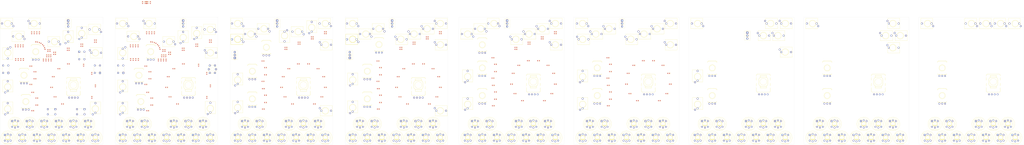
<source format=kicad_pcb>
(kicad_pcb (version 20241229) (generator "pcbnew") (generator_version "9.0")
  (layers (0 "F.Cu" signal) (2 "B.Cu" signal) (13 "F.Paste" user) (15 "B.Paste" user) (5 "F.SilkS" user "F.Silkscreen") (7 "B.SilkS" user "B.Silkscreen") (1 "F.Mask" user) (3 "B.Mask" user) (25 "Edge.Cuts" user))
  (net 0 "")
  (footprint "instruo-MECHANICAL:SW_KS01" (layer "F.Cu") (at 58.42 114.165)
    (property "Reference" "REF**")
    (property "Value" "SW_KS01")
  )
  (footprint "instruo-SEMICONDUCTORS:LED_0603" (layer "F.Cu") (at 183.82 28.913622)
    (property "Reference" "REF**")
    (property "Value" "LED_0603")
  )
  (footprint "instruo-MECHANICAL:S-JACK_S1" (layer "F.Cu") (at 48.339256 30.248133 90)
    (property "Reference" "REF**")
    (property "Value" "S-JACK_S1")
  )
  (footprint "instruo-MECHANICAL:S-JACK_S1" (layer "F.Cu") (at 449.53 28.21 -90)
    (property "Reference" "REF**")
    (property "Value" "S-JACK_S1")
  )
  (footprint "instruo-MECHANICAL:SW_KS01" (layer "F.Cu") (at 745.72 114.165)
    (property "Reference" "REF**")
    (property "Value" "SW_KS01")
  )
  (footprint "instruo-SEMICONDUCTORS:LED_0603" (layer "F.Cu") (at 14.30325 33.982 90)
    (property "Reference" "REF**")
    (property "Value" "LED_0603")
  )
  (footprint "instruo-MECHANICAL:SW_KS01" (layer "F.Cu") (at 645.72 114.165)
    (property "Reference" "REF**")
    (property "Value" "SW_KS01")
  )
  (footprint "instruo-MECHANICAL:SW_KS01" (layer "F.Cu") (at 283.82 114.165)
    (property "Reference" "REF**")
    (property "Value" "SW_KS01")
  )
  (footprint "instruo-MECHANICAL:S-JACK_S1" (layer "F.Cu") (at 407.62 84.955)
    (property "Reference" "REF**")
    (property "Value" "S-JACK_S1")
  )
  (footprint "instruo-SEMICONDUCTORS:LED_0603" (layer "F.Cu") (at 374.29 84.633)
    (property "Reference" "REF**")
    (property "Value" "LED_0603")
  )
  (footprint "instruo-SEMICONDUCTORS:LED_0603" (layer "F.Cu") (at 529.843 86.223)
    (property "Reference" "REF**")
    (property "Value" "LED_0603")
  )
  (footprint "instruo-SEMICONDUCTORS:LED_0603" (layer "F.Cu") (at 138.372866 33.435391 130)
    (property "Reference" "REF**")
    (property "Value" "LED_0603")
  )
  (footprint "instruo-MECHANICAL:SW_KS01" (layer "F.Cu") (at 183.82 114.165)
    (property "Reference" "REF**")
    (property "Value" "SW_KS01")
  )
  (footprint "instruo-SEMICONDUCTORS:LED_0603" (layer "F.Cu") (at 352.066 53.837)
    (property "Reference" "REF**")
    (property "Value" "LED_0603")
  )
  (footprint "instruo-MECHANICAL:S-JACK_S1" (layer "F.Cu") (at 519.05 23.63 -90)
    (property "Reference" "REF**")
    (property "Value" "S-JACK_S1")
  )
  (footprint "instruo-MECHANICAL:SW_KS01" (layer "F.Cu") (at 771.12 114.165)
    (property "Reference" "REF**")
    (property "Value" "SW_KS01")
  )
  (footprint "instruo-MECHANICAL:S-JACK_S1" (layer "F.Cu") (at 583.82 33.02 -90)
    (property "Reference" "REF**")
    (property "Value" "S-JACK_S1")
  )
  (footprint "instruo-MECHANICAL:SW_KS01" (layer "F.Cu") (at 558.42 114.165)
    (property "Reference" "REF**")
    (property "Value" "SW_KS01")
  )
  (footprint "instruo-MECHANICAL:SW_KS01" (layer "F.Cu") (at 458.42 114.165)
    (property "Reference" "REF**")
    (property "Value" "SW_KS01")
  )
  (footprint "instruo-MECHANICAL:SW_KS01" (layer "F.Cu") (at 358.42 114.165)
    (property "Reference" "REF**")
    (property "Value" "SW_KS01")
  )
  (footprint "instruo-SEMICONDUCTORS:LED_0603" (layer "F.Cu") (at 129.297 74.536)
    (property "Reference" "REF**")
    (property "Value" "LED_0603")
  )
  (footprint "instruo-MECHANICAL:SW_KS01" (layer "F.Cu") (at 452.07 102.1)
    (property "Reference" "REF**")
    (property "Value" "SW_KS01")
  )
  (footprint "instruo-MECHANICAL:SW_KS01" (layer "F.Cu") (at 326.67 102.1)
    (property "Reference" "REF**")
    (property "Value" "SW_KS01")
  )
  (footprint "instruo-SEMICONDUCTORS:LED_0603" (layer "F.Cu") (at 348.733 78.442)
    (property "Reference" "REF**")
    (property "Value" "LED_0603")
  )
  (footprint "instruo-SEMICONDUCTORS:LED_0603" (layer "F.Cu") (at 260.96 30.75)
    (property "Reference" "REF**")
    (property "Value" "LED_0603")
  )
  (footprint "instruo-MECHANICAL:S-JACK_S1" (layer "F.Cu") (at 572.39 19.05 -90)
    (property "Reference" "REF**")
    (property "Value" "S-JACK_S1")
  )
  (footprint "instruo-MECHANICAL:SW_KS01" (layer "F.Cu") (at 307.62 114.165)
    (property "Reference" "REF**")
    (property "Value" "SW_KS01")
  )
  (footprint "instruo-MECHANICAL:SW_KS01" (layer "F.Cu") (at 277.47 102.1)
    (property "Reference" "REF**")
    (property "Value" "SW_KS01")
  )
  (footprint "instruo-SEMICONDUCTORS:LED_0603" (layer "F.Cu") (at 127.14625 -3.81 90)
    (property "Reference" "REF**")
    (property "Value" "LED_0603")
  )
  (footprint "instruo-MECHANICAL:SW_Toggle_SPDT" (layer "F.Cu") (at 441.91 14.47)
    (property "Reference" "REF**")
    (property "Value" "SW_Toggle_SPDT")
  )
  (footprint "instruo-SEMICONDUCTORS:LED_0603" (layer "F.Cu") (at 231.748 77.014)
    (property "Reference" "REF**")
    (property "Value" "LED_0603")
  )
  (footprint "instruo-SEMICONDUCTORS:LED_0603" (layer "F.Cu") (at 32.86925 22.583 90)
    (property "Reference" "REF**")
    (property "Value" "LED_0603")
  )
  (footprint "instruo-MECHANICAL:S-JACK_S1" (layer "F.Cu") (at 319.05 23.63 90)
    (property "Reference" "REF**")
    (property "Value" "S-JACK_S1")
  )
  (footprint "instruo-MECHANICAL:SW_KS01" (layer "F.Cu") (at 533.02 114.165)
    (property "Reference" "REF**")
    (property "Value" "SW_KS01")
  )
  (footprint "instruo-MECHANICAL:SW_KS01" (layer "F.Cu") (at 513.97 102.1)
    (property "Reference" "REF**")
    (property "Value" "SW_KS01")
  )
  (footprint "instruo-SEMICONDUCTORS:LED_0603" (layer "F.Cu") (at 272.39 26.17)
    (property "Reference" "REF**")
    (property "Value" "LED_0603")
  )
  (footprint "instruo-MECHANICAL:SW_KS01" (layer "F.Cu") (at 371.12 114.165)
    (property "Reference" "REF**")
    (property "Value" "SW_KS01")
  )
  (footprint "instruo-SEMICONDUCTORS:LED_0603" (layer "F.Cu") (at 355.241 84.633)
    (property "Reference" "REF**")
    (property "Value" "LED_0603")
  )
  (footprint "instruo-SEMICONDUCTORS:LED_0603" (layer "F.Cu") (at 131.59125 -3.81 90)
    (property "Reference" "REF**")
    (property "Value" "LED_0603")
  )
  (footprint "instruo-MECHANICAL:SW_KS01" (layer "F.Cu") (at 345.72 114.165)
    (property "Reference" "REF**")
    (property "Value" "SW_KS01")
  )
  (footprint "instruo-SEMICONDUCTORS:LED_0603" (layer "F.Cu") (at 40.85575 46.321 90)
    (property "Reference" "REF**")
    (property "Value" "LED_0603")
  )
  (footprint "instruo-SEMICONDUCTORS:LED_0603" (layer "F.Cu") (at 431.748 74.159)
    (property "Reference" "REF**")
    (property "Value" "LED_0603")
  )
  (footprint "instruo-SEMICONDUCTORS:LED_0603" (layer "F.Cu") (at 21.17575 45.938 90)
    (property "Reference" "REF**")
    (property "Value" "LED_0603")
  )
  (footprint "instruo-SEMICONDUCTORS:LED_0603" (layer "F.Cu") (at 45.30075 46.321 90)
    (property "Reference" "REF**")
    (property "Value" "LED_0603")
  )
  (footprint "instruo-SEMICONDUCTORS:LED_0603" (layer "F.Cu") (at 383.82 21.59)
    (property "Reference" "REF**")
    (property "Value" "LED_0603")
  )
  (footprint "instruo-MECHANICAL:S-JACK_S1" (layer "F.Cu") (at 607.62 14.47 90)
    (property "Reference" "REF**")
    (property "Value" "S-JACK_S1")
  )
  (footprint "instruo-MECHANICAL:SW_KS01" (layer "F.Cu") (at 877.47 102.1)
    (property "Reference" "REF**")
    (property "Value" "SW_KS01")
  )
  (footprint "instruo-SEMICONDUCTORS:LED_0603" (layer "F.Cu") (at 574.29 81.778)
    (property "Reference" "REF**")
    (property "Value" "LED_0603")
  )
  (footprint "instruo-SEMICONDUCTORS:LED_0603" (layer "F.Cu") (at 35.846379 31.426464 155)
    (property "Reference" "REF**")
    (property "Value" "LED_0603")
  )
  (footprint "instruo-MECHANICAL:S-JACK_S1" (layer "F.Cu") (at 807.62 14.47 90)
    (property "Reference" "REF**")
    (property "Value" "S-JACK_S1")
  )
  (footprint "instruo-SEMICONDUCTORS:LED_0603" (layer "F.Cu") (at 18.95325 45.938 90)
    (property "Reference" "REF**")
    (property "Value" "LED_0603")
  )
  (footprint "instruo-MECHANICAL:S-JACK_S1" (layer "F.Cu") (at 383.82 33.02 -90)
    (property "Reference" "REF**")
    (property "Value" "S-JACK_S1")
  )
  (footprint "instruo-MECHANICAL:S-JACK_S1" (layer "F.Cu") (at 360.96 23.63 -90)
    (property "Reference" "REF**")
    (property "Value" "S-JACK_S1")
  )
  (footprint "instruo-MECHANICAL:S-JACK_S1" (layer "F.Cu") (at 17.301071 25.682878 90)
    (property "Reference" "REF**")
    (property "Value" "S-JACK_S1")
  )
  (footprint "instruo-SEMICONDUCTORS:LED_0603" (layer "F.Cu") (at 448.733 75.587)
    (property "Reference" "REF**")
    (property "Value" "LED_0603")
  )
  (footprint "instruo-SEMICONDUCTORS:LED_0603" (layer "F.Cu") (at 582.386 57.967)
    (property "Reference" "REF**")
    (property "Value" "LED_0603")
  )
  (footprint "instruo-SEMICONDUCTORS:LED_0603" (layer "F.Cu") (at 329.843 89.078)
    (property "Reference" "REF**")
    (property "Value" "LED_0603")
  )
  (footprint "instruo-SEMICONDUCTORS:LED_0603" (layer "F.Cu") (at 429.843 68.444)
    (property "Reference" "REF**")
    (property "Value" "LED_0603")
  )
  (footprint "instruo-MECHANICAL:S-JACK_S1" (layer "F.Cu") (at 283.82 33.02 -90)
    (property "Reference" "REF**")
    (property "Value" "S-JACK_S1")
  )
  (footprint "instruo-SEMICONDUCTORS:LED_0603" (layer "F.Cu") (at 580.798 75.587)
    (property "Reference" "REF**")
    (property "Value" "LED_0603")
  )
  (footprint "instruo-PASSIVE:POT_D-shaft-9mm" (layer "F.Cu") (at 620.32 77.335)
    (property "Reference" "REF**")
    (property "Value" "POT_D-shaft-9mm")
  )
  (footprint "instruo-SEMICONDUCTORS:LED_0603" (layer "F.Cu") (at 431.748 50.029)
    (property "Reference" "REF**")
    (property "Value" "LED_0603")
  )
  (footprint "instruo-SEMICONDUCTORS:LED_0603" (layer "F.Cu") (at 455.241 81.778)
    (property "Reference" "REF**")
    (property "Value" "LED_0603")
  )
  (footprint "instruo-SEMICONDUCTORS:LED_0603" (layer "F.Cu") (at 35.09175 22.583 90)
    (property "Reference" "REF**")
    (property "Value" "LED_0603")
  )
  (footprint "instruo-SEMICONDUCTORS:LED_0603" (layer "F.Cu") (at 148.339256 39.540755)
    (property "Reference" "REF**")
    (property "Value" "LED_0603")
  )
  (footprint "instruo-MECHANICAL:SW_KS01" (layer "F.Cu") (at 220.32 114.165)
    (property "Reference" "REF**")
    (property "Value" "SW_KS01")
  )
  (footprint "instruo-MECHANICAL:SW_KS01" (layer "F.Cu") (at 445.72 114.165)
    (property "Reference" "REF**")
    (property "Value" "SW_KS01")
  )
  (footprint "instruo-SEMICONDUCTORS:LED_0603" (layer "F.Cu") (at 483.82 23.26)
    (property "Reference" "REF**")
    (property "Value" "LED_0603")
  )
  (footprint "instruo-SEMICONDUCTORS:LED_0603" (layer "F.Cu") (at 329.843 71.299)
    (property "Reference" "REF**")
    (property "Value" "LED_0603")
  )
  (footprint "instruo-SEMICONDUCTORS:LED_0603" (layer "F.Cu") (at 277.465 53.837)
    (property "Reference" "REF**")
    (property "Value" "LED_0603")
  )
  (footprint "instruo-MECHANICAL:S-JACK_S1" (layer "F.Cu") (at 530.48 19.05 -90)
    (property "Reference" "REF**")
    (property "Value" "S-JACK_S1")
  )
  (footprint "instruo-SEMICONDUCTORS:LED_0603" (layer "F.Cu") (at 548.733 75.587)
    (property "Reference" "REF**")
    (property "Value" "LED_0603")
  )
  (footprint "instruo-SEMICONDUCTORS:LED_0603" (layer "F.Cu") (at 145.717 70.188)
    (property "Reference" "REF**")
    (property "Value" "LED_0603")
  )
  (footprint "instruo-MECHANICAL:SW_KS01" (layer "F.Cu") (at 858.42 114.165)
    (property "Reference" "REF**")
    (property "Value" "SW_KS01")
  )
  (footprint "instruo-MECHANICAL:SW_KS01" (layer "F.Cu") (at 264.77 102.1)
    (property "Reference" "REF**")
    (property "Value" "SW_KS01")
  )
  (footprint "instruo-MECHANICAL:SW_KS01" (layer "F.Cu") (at 520.32 114.165)
    (property "Reference" "REF**")
    (property "Value" "SW_KS01")
  )
  (footprint "instruo-MECHANICAL:SW_KS01" (layer "F.Cu") (at 713.97 102.1)
    (property "Reference" "REF**")
    (property "Value" "SW_KS01")
  )
  (footprint "instruo-SEMICONDUCTORS:LED_0603" (layer "F.Cu") (at 173.620569 50.816085 90)
    (property "Reference" "REF**")
    (property "Value" "LED_0603")
  )
  (footprint "instruo-MECHANICAL:SW_KS01" (layer "F.Cu") (at 577.47 102.1)
    (property "Reference" "REF**")
    (property "Value" "SW_KS01")
  )
  (footprint "instruo-SEMICONDUCTORS:LED_0603" (layer "F.Cu") (at 331.748 52.884)
    (property "Reference" "REF**")
    (property "Value" "LED_0603")
  )
  (footprint "instruo-MECHANICAL:S-JACK_S1" (layer "F.Cu") (at 107.62 40.011673 180)
    (property "Reference" "REF**")
    (property "Value" "S-JACK_S1")
  )
  (footprint "instruo-MECHANICAL:SW_KS01" (layer "F.Cu") (at 471.12 114.165)
    (property "Reference" "REF**")
    (property "Value" "SW_KS01")
  )
  (footprint "instruo-SEMICONDUCTORS:LED_0603" (layer "F.Cu") (at 29.297 74.536)
    (property "Reference" "REF**")
    (property "Value" "LED_0603")
  )
  (footprint "instruo-MECHANICAL:SW_KS01" (layer "F.Cu") (at 426.67 102.1)
    (property "Reference" "REF**")
    (property "Value" "SW_KS01")
  )
  (footprint "instruo-MECHANICAL:S-JACK_S1" (layer "F.Cu") (at 83.82 40.012 -90)
    (property "Reference" "REF**")
    (property "Value" "S-JACK_S1")
  )
  (footprint "instruo-PASSIVE:POT_D-shaft-9mm" (layer "F.Cu") (at 520.32 77.335)
    (property "Reference" "REF**")
    (property "Value" "POT_D-shaft-9mm")
  )
  (footprint "instruo-PASSIVE:POT_360" (layer "F.Cu") (at 864.77 65.27)
    (property "Reference" "REF**")
    (property "Value" "POT_360")
  )
  (footprint "instruo-MECHANICAL:SW_Toggle_SPDT" (layer "F.Cu") (at 205.08 41.95 180)
    (property "Reference" "REF**")
    (property "Value" "SW_Toggle_SPDT")
  )
  (footprint "instruo-SEMICONDUCTORS:LED_0603" (layer "F.Cu") (at 360.96 30.75)
    (property "Reference" "REF**")
    (property "Value" "LED_0603")
  )
  (footprint "instruo-SEMICONDUCTORS:LED_0603" (layer "F.Cu") (at 47.146 60.822)
    (property "Reference" "REF**")
    (property "Value" "LED_0603")
  )
  (footprint "instruo-SEMICONDUCTORS:LED_0603" (layer "F.Cu") (at 128.2575 -3.81 90)
    (property "Reference" "REF**")
    (property "Value" "LED_0603")
  )
  (footprint "instruo-MECHANICAL:SW_KS01" (layer "F.Cu") (at 152.07 102.1)
    (property "Reference" "REF**")
    (property "Value" "SW_KS01")
  )
  (footprint "instruo-PASSIVE:POT_360" (layer "F.Cu") (at 64.77 68.125)
    (property "Reference" "REF**")
    (property "Value" "POT_360")
  )
  (footprint "instruo-MECHANICAL:S-JACK_S1" (layer "F.Cu") (at 777.40206 35.56 -90)
    (property "Reference" "REF**")
    (property "Value" "S-JACK_S1")
  )
  (footprint "instruo-SEMICONDUCTORS:LED_0603" (layer "F.Cu") (at 20.97075 33.982 90)
    (property "Reference" "REF**")
    (property "Value" "LED_0603")
  )
  (footprint "instruo-SEMICONDUCTORS:LED_0603" (layer "F.Cu") (at 55.241 84.633)
    (property "Reference" "REF**")
    (property "Value" "LED_0603")
  )
  (footprint "instruo-SEMICONDUCTORS:LED_0603" (layer "F.Cu") (at 38.372866 33.435391 130)
    (property "Reference" "REF**")
    (property "Value" "LED_0603")
  )
  (footprint "instruo-MECHANICAL:S-JACK_S1" (layer "F.Cu") (at 430.48 14.47 90)
    (property "Reference" "REF**")
    (property "Value" "S-JACK_S1")
  )
  (footprint "instruo-MECHANICAL:SW_KS01" (layer "F.Cu") (at 71.12 114.165)
    (property "Reference" "REF**")
    (property "Value" "SW_KS01")
  )
  (footprint "instruo-MECHANICAL:SW_KS01" (layer "F.Cu") (at 233.02 114.165)
    (property "Reference" "REF**")
    (property "Value" "SW_KS01")
  )
  (footprint "instruo-SEMICONDUCTORS:LED_0603" (layer "F.Cu") (at 429.573 44.314)
    (property "Reference" "REF**")
    (property "Value" "LED_0603")
  )
  (footprint "instruo-SEMICONDUCTORS:LED_0603" (layer "F.Cu") (at 44.29125 38.1 90)
    (property "Reference" "REF**")
    (property "Value" "LED_0603")
  )
  (footprint "instruo-SEMICONDUCTORS:LED_0603" (layer "F.Cu") (at 124.92375 -3.81 90)
    (property "Reference" "REF**")
    (property "Value" "LED_0603")
  )
  (footprint "instruo-SEMICONDUCTORS:LED_0603" (layer "F.Cu") (at 369.21 49.709)
    (property "Reference" "REF**")
    (property "Value" "LED_0603")
  )
  (footprint "instruo-PASSIVE:POT_D-shaft-9mm" (layer "F.Cu") (at 220.32 80.19)
    (property "Reference" "REF**")
    (property "Value" "POT_D-shaft-9mm")
  )
  (footprint "instruo-MECHANICAL:S-JACK_S1" (layer "F.Cu") (at 460.96 23.63 -90)
    (property "Reference" "REF**")
    (property "Value" "S-JACK_S1")
  )
  (footprint "instruo-MECHANICAL:SW_KS01" (layer "F.Cu") (at 33.02 114.165)
    (property "Reference" "REF**")
    (property "Value" "SW_KS01")
  )
  (footprint "instruo-MECHANICAL:S-JACK_S1" (layer "F.Cu") (at 683.82 14.47 -90)
    (property "Reference" "REF**")
    (property "Value" "S-JACK_S1")
  )
  (footprint "instruo-MECHANICAL:S-JACK_S1" (layer "F.Cu") (at 383.82 14.47 -90)
    (property "Reference" "REF**")
    (property "Value" "S-JACK_S1")
  )
  (footprint "instruo-MECHANICAL:S-JACK_S1" (layer "F.Cu") (at 419.05 19.05 90)
    (property "Reference" "REF**")
    (property "Value" "S-JACK_S1")
  )
  (footprint "instruo-USER-NOE:SW_TL1105SPF250Q" (layer "F.Cu") (at 45.72 91.428 180)
    (property "Reference" "REF**")
    (property "Value" "SW_TL1105SPF250Q")
  )
  (footprint "instruo-SEMICONDUCTORS:LED_0603" (layer "F.Cu") (at 274.29 84.633)
    (property "Reference" "REF**")
    (property "Value" "LED_0603")
  )
  (footprint "instruo-MECHANICAL:SW_KS01" (layer "F.Cu") (at 726.67 102.1)
    (property "Reference" "REF**")
    (property "Value" "SW_KS01")
  )
  (footprint "instruo-MECHANICAL:S-JACK_S1" (layer "F.Cu") (at 183.82 40.012 -90)
    (property "Reference" "REF**")
    (property "Value" "S-JACK_S1")
  )
  (footprint "instruo-MECHANICAL:SW_KS01" (layer "F.Cu") (at 607.62 114.165)
    (property "Reference" "REF**")
    (property "Value" "SW_KS01")
  )
  (footprint "instruo-MECHANICAL:SW_KS01" (layer "F.Cu") (at 52.07 102.1)
    (property "Reference" "REF**")
    (property "Value" "SW_KS01")
  )
  (footprint "instruo-SEMICONDUCTORS:LED_0603" (layer "F.Cu") (at 252.066 53.837)
    (property "Reference" "REF**")
    (property "Value" "LED_0603")
  )
  (footprint "instruo-MECHANICAL:S-JACK_S1" (layer "F.Cu") (at 407.62 23.63 90)
    (property "Reference" "REF**")
    (property "Value" "S-JACK_S1")
  )
  (footprint "instruo-SEMICONDUCTORS:LED_0603" (layer "F.Cu") (at 142.545 38.1 90)
    (property "Reference" "REF**")
    (property "Value" "LED_0603")
  )
  (footprint "instruo-PASSIVE:POT_D-shaft-9mm" (layer "F.Cu") (at 21.728 59.614)
    (property "Reference" "REF**")
    (property "Value" "POT_D-shaft-9mm")
  )
  (footprint "instruo-MECHANICAL:S-JACK_S1" (layer "F.Cu") (at 607.62 60.825)
    (property "Reference" "REF**")
    (property "Value" "S-JACK_S1")
  )
  (footprint "instruo-SEMICONDUCTORS:LED_0603" (layer "F.Cu") (at 132.863 79.489)
    (property "Reference" "REF**")
    (property "Value" "LED_0603")
  )
  (footprint "instruo-SEMICONDUCTORS:LED_0603" (layer "F.Cu") (at 272.39 27.84)
    (property "Reference" "REF**")
    (property "Value" "LED_0603")
  )
  (footprint "instruo-SEMICONDUCTORS:LED_0603" (layer "F.Cu") (at 131.259 56.559)
    (property "Reference" "REF**")
    (property "Value" "LED_0603")
  )
  (footprint "instruo-SEMICONDUCTORS:LED_0603" (layer "F.Cu") (at 83.82 68.8975 90)
    (property "Reference" "REF**")
    (property "Value" "LED_0603")
  )
  (footprint "instruo-SEMICONDUCTORS:LED_0603" (layer "F.Cu") (at 127.693 51.606)
    (property "Reference" "REF**")
    (property "Value" "LED_0603")
  )
  (footprint "instruo-SEMICONDUCTORS:LED_0603" (layer "F.Cu") (at 160.166171 37.803622)
    (property "Reference" "REF**")
    (property "Value" "LED_0603")
  )
  (footprint "instruo-MECHANICAL:SW_Toggle_SPDT" (layer "F.Cu") (at 650.8 25.015)
    (property "Reference" "REF**")
    (property "Value" "SW_Toggle_SPDT")
  )
  (footprint "instruo-SEMICONDUCTORS:LED_0603" (layer "F.Cu") (at 71.993085 32.456)
    (property "Reference" "REF**")
    (property "Value" "LED_0603")
  )
  (footprint "instruo-MECHANICAL:S-JACK_S1" (layer "F.Cu") (at 372.39 19.05 -90)
    (property "Reference" "REF**")
    (property "Value" "S-JACK_S1")
  )
  (footprint "instruo-MECHANICAL:S-JACK_S1" (layer "F.Cu") (at 383.82 90.596 -90)
    (property "Reference" "REF**")
    (property "Value" "S-JACK_S1")
  )
  (footprint "instruo-SEMICONDUCTORS:LED_0603" (layer "F.Cu") (at 231.748 52.884)
    (property "Reference" "REF**")
    (property "Value" "LED_0603")
  )
  (footprint "instruo-MECHANICAL:SW_KS01" (layer "F.Cu") (at 826.67 102.1)
    (property "Reference" "REF**")
    (property "Value" "SW_KS01")
  )
  (footprint "instruo-SEMICONDUCTORS:LED_0603" (layer "F.Cu") (at 531.748 50.029)
    (property "Reference" "REF**")
    (property "Value" "LED_0603")
  )
  (footprint "instruo-PASSIVE:POT_D-shaft-9mm" (layer "F.Cu") (at 720.32 77.335)
    (property "Reference" "REF**")
    (property "Value" "POT_D-shaft-9mm")
  )
  (footprint "instruo-MECHANICAL:SW_KS01" (layer "F.Cu") (at 158.42 114.165)
    (property "Reference" "REF**")
    (property "Value" "SW_KS01")
  )
  (footprint "instruo-MECHANICAL:S-JACK_S1" (layer "F.Cu") (at 307.62 87.81)
    (property "Reference" "REF**")
    (property "Value" "S-JACK_S1")
  )
  (footprint "instruo-SEMICONDUCTORS:LED_0603" (layer "F.Cu") (at 229.573 64.949)
    (property "Reference" "REF**")
    (property "Value" "LED_0603")
  )
  (footprint "instruo-SEMICONDUCTORS:LED_0603" (layer "F.Cu") (at 16.73075 45.938 90)
    (property "Reference" "REF**")
    (property "Value" "LED_0603")
  )
  (footprint "instruo-MECHANICAL:S-JACK_S1" (layer "F.Cu") (at 107.62 14.47 90)
    (property "Reference" "REF**")
    (property "Value" "S-JACK_S1")
  )
  (footprint "instruo-MECHANICAL:SW_Toggle_SPDT" (layer "F.Cu") (at 241.91 14.47)
    (property "Reference" "REF**")
    (property "Value" "SW_Toggle_SPDT")
  )
  (footprint "instruo-MECHANICAL:SW_KS01" (layer "F.Cu") (at 126.67 102.1)
    (property "Reference" "REF**")
    (property "Value" "SW_KS01")
  )
  (footprint "instruo-SEMICONDUCTORS:LED_0603" (layer "F.Cu") (at 45.00625 42.669 90)
    (property "Reference" "REF**")
    (property "Value" "LED_0603")
  )
  (footprint "instruo-SEMICONDUCTORS:LED_0603" (layer "F.Cu") (at 245.717 70.188)
    (property "Reference" "REF**")
    (property "Value" "LED_0603")
  )
  (footprint "instruo-MECHANICAL:SW_KS01" (layer "F.Cu") (at 258.42 114.165)
    (property "Reference" "REF**")
    (property "Value" "SW_KS01")
  )
  (footprint "instruo-SEMICONDUCTORS:LED_0603" (layer "F.Cu") (at 380.798 78.442)
    (property "Reference" "REF**")
    (property "Value" "LED_0603")
  )
  (footprint "instruo-MECHANICAL:S-JACK_S1" (layer "F.Cu") (at 148.339256 30.248133 90)
    (property "Reference" "REF**")
    (property "Value" "S-JACK_S1")
  )
  (footprint "instruo-SEMICONDUCTORS:LED_0603" (layer "F.Cu") (at 372.39 26.17)
    (property "Reference" "REF**")
    (property "Value" "LED_0603")
  )
  (footprint "instruo-SEMICONDUCTORS:LED_0603" (layer "F.Cu") (at 116.73075 45.938 90)
    (property "Reference" "REF**")
    (property "Value" "LED_0603")
  )
  (footprint "instruo-SEMICONDUCTORS:LED_0603" (layer "F.Cu") (at 73.620569 50.816085 90)
    (property "Reference" "REF**")
    (property "Value" "LED_0603")
  )
  (footprint "instruo-PASSIVE:POT_D-shaft-9mm" (layer "F.Cu") (at 820.32 77.335)
    (property "Reference" "REF**")
    (property "Value" "POT_D-shaft-9mm")
  )
  (footprint "instruo-MECHANICAL:SW_KS01" (layer "F.Cu") (at 45.72 114.165)
    (property "Reference" "REF**")
    (property "Value" "SW_KS01")
  )
  (footprint "instruo-SEMICONDUCTORS:LED_0603" (layer "F.Cu") (at 30.64675 22.583 90)
    (property "Reference" "REF**")
    (property "Value" "LED_0603")
  )
  (footprint "instruo-MECHANICAL:S-JACK_S1" (layer "F.Cu") (at 483.82 14.47 -90)
    (property "Reference" "REF**")
    (property "Value" "S-JACK_S1")
  )
  (footprint "instruo-MECHANICAL:S-JACK_S1" (layer "F.Cu") (at 307.62 14.47 90)
    (property "Reference" "REF**")
    (property "Value" "S-JACK_S1")
  )
  (footprint "instruo-MECHANICAL:S-JACK_S1" (layer "F.Cu") (at 71.993085 23.163378)
    (property "Reference" "REF**")
    (property "Value" "S-JACK_S1")
  )
  (footprint "LOGO" (layer "F.Cu") (at 145.72 64.25)
    (property "Reference" "G***" (hide yes))
    (property "Value" "LOGO" (hide yes))
  )
  (footprint "instruo-MECHANICAL:S-JACK_S1" (layer "F.Cu") (at 183.82 88.596)
    (property "Reference" "REF**")
    (property "Value" "S-JACK_S1")
  )
  (footprint "instruo-MECHANICAL:S-JACK_S1" (layer "F.Cu") (at 230.48 19.05 90)
    (property "Reference" "REF**")
    (property "Value" "S-JACK_S1")
  )
  (footprint "instruo-MECHANICAL:SW_KS01" (layer "F.Cu") (at 207.62 114.165)
    (property "Reference" "REF**")
    (property "Value" "SW_KS01")
  )
  (footprint "instruo-MECHANICAL:SW_KS01" (layer "F.Cu") (at 20.32 114.165)
    (property "Reference" "REF**")
    (property "Value" "SW_KS01")
  )
  (footprint "instruo-MECHANICAL:SW_KS01" (layer "F.Cu") (at 883.82 114.165)
    (property "Reference" "REF**")
    (property "Value" "SW_KS01")
  )
  (footprint "instruo-SEMICONDUCTORS:LED_0603" (layer "F.Cu") (at 131.259 62.668)
    (property "Reference" "REF**")
    (property "Value" "LED_0603")
  )
  (footprint "instruo-MECHANICAL:S-JACK_S1" (layer "F.Cu") (at 307.62 63.68)
    (property "Reference" "REF**")
    (property "Value" "S-JACK_S1")
  )
  (footprint "instruo-SEMICONDUCTORS:LED_0603" (layer "F.Cu") (at 482.386 57.967)
    (property "Reference" "REF**")
    (property "Value" "LED_0603")
  )
  (footprint "instruo-MECHANICAL:S-JACK_S1" (layer "F.Cu") (at 7.62 40.011673 180)
    (property "Reference" "REF**")
    (property "Value" "S-JACK_S1")
  )
  (footprint "instruo-SEMICONDUCTORS:LED_0603" (layer "F.Cu") (at 331.748 77.014)
    (property "Reference" "REF**")
    (property "Value" "LED_0603")
  )
  (footprint "instruo-SEMICONDUCTORS:LED_0603" (layer "F.Cu") (at 229.843 71.299)
    (property "Reference" "REF**")
    (property "Value" "LED_0603")
  )
  (footprint "instruo-MECHANICAL:S-JACK_S1" (layer "F.Cu") (at 883.82 14.47 90)
    (property "Reference" "REF**")
    (property "Value" "S-JACK_S1")
  )
  (footprint "instruo-MECHANICAL:S-JACK_S1" (layer "F.Cu") (at 871.12 14.47 90)
    (property "Reference" "REF**")
    (property "Value" "S-JACK_S1")
  )
  (footprint "instruo-SEMICONDUCTORS:LED_0603" (layer "F.Cu") (at 140.85575 46.321 90)
    (property "Reference" "REF**")
    (property "Value" "LED_0603")
  )
  (footprint "instruo-MECHANICAL:S-JACK_S1" (layer "F.Cu") (at 207.62 63.68)
    (property "Reference" "REF**")
    (property "Value" "S-JACK_S1")
  )
  (footprint "instruo-MECHANICAL:S-JACK_S1" (layer "F.Cu") (at 83.82 88.9)
    (property "Reference" "REF**")
    (property "Value" "S-JACK_S1")
  )
  (footprint "instruo-SEMICONDUCTORS:LED_0603" (layer "F.Cu") (at 116.52575 33.982 90)
    (property "Reference" "REF**")
    (property "Value" "LED_0603")
  )
  (footprint "instruo-SEMICONDUCTORS:LED_0603" (layer "F.Cu") (at 180.735489 78.918829 90)
    (property "Reference" "REF**")
    (property "Value" "LED_0603")
  )
  (footprint "instruo-MECHANICAL:S-JACK_S1" (layer "F.Cu") (at 271.993085 18.012378)
    (property "Reference" "REF**")
    (property "Value" "S-JACK_S1")
  )
  (footprint "instruo-SEMICONDUCTORS:LED_0603" (layer "F.Cu") (at 45.717 70.188)
    (property "Reference" "REF**")
    (property "Value" "LED_0603")
  )
  (footprint "instruo-SEMICONDUCTORS:LED_0603" (layer "F.Cu") (at 143.07825 46.321 90)
    (property "Reference" "REF**")
    (property "Value" "LED_0603")
  )
  (footprint "instruo-SEMICONDUCTORS:LED_0603" (layer "F.Cu") (at 32.801705 30.547168 175)
    (property "Reference" "REF**")
    (property "Value" "LED_0603")
  )
  (footprint "instruo-SEMICONDUCTORS:LED_0603" (layer "F.Cu") (at 431.748 56.379)
    (property "Reference" "REF**")
    (property "Value" "LED_0603")
  )
  (footprint "instruo-MECHANICAL:SW_KS01" (layer "F.Cu") (at 545.72 114.165)
    (property "Reference" "REF**")
    (property "Value" "SW_KS01")
  )
  (footprint "instruo-MECHANICAL:S-JACK_S1" (layer "F.Cu") (at 507.62 28.21 -90)
    (property "Reference" "REF**")
    (property "Value" "S-JACK_S1")
  )
  (footprint "instruo-MECHANICAL:S-JACK_S1" (layer "F.Cu") (at 507.62 84.955)
    (property "Reference" "REF**")
    (property "Value" "S-JACK_S1")
  )
  (footprint "instruo-SEMICONDUCTORS:LED_0603" (layer "F.Cu") (at 27.693 51.606)
    (property "Reference" "REF**")
    (property "Value" "LED_0603")
  )
  (footprint "instruo-MECHANICAL:S-JACK_S1" (layer "F.Cu") (at 560.96 23.63 -90)
    (property "Reference" "REF**")
    (property "Value" "S-JACK_S1")
  )
  (footprint "instruo-MECHANICAL:S-JACK_S1" (layer "F.Cu") (at 248.339256 25.097133 180)
    (property "Reference" "REF**")
    (property "Value" "S-JACK_S1")
  )
  (footprint "instruo-SEMICONDUCTORS:LED_0603" (layer "F.Cu") (at 329.573 64.949)
    (property "Reference" "REF**")
    (property "Value" "LED_0603")
  )
  (footprint "instruo-PASSIVE:POT_D-shaft-9mm" (layer "F.Cu") (at 232.536564 35.225571)
    (property "Reference" "REF**")
    (property "Value" "POT_D-shaft-9mm")
  )
  (footprint "instruo-MECHANICAL:SW_KS01" (layer "F.Cu") (at 707.62 114.165)
    (property "Reference" "REF**")
    (property "Value" "SW_KS01")
  )
  (footprint "instruo-SEMICONDUCTORS:LED_0603" (layer "F.Cu") (at 132.86925 22.583 90)
    (property "Reference" "REF**")
    (property "Value" "LED_0603")
  )
  (footprint "instruo-MECHANICAL:S-JACK_S1" (layer "F.Cu") (at 160.166171 26.705755)
    (property "Reference" "REF**")
    (property "Value" "S-JACK_S1")
  )
  (footprint "instruo-SEMICONDUCTORS:LED_0603" (layer "F.Cu") (at 48.733 78.442)
    (property "Reference" "REF**")
    (property "Value" "LED_0603")
  )
  (footprint "instruo-MECHANICAL:SW_KS01" (layer "F.Cu") (at 683.82 114.165)
    (property "Reference" "REF**")
    (property "Value" "SW_KS01")
  )
  (footprint "instruo-MECHANICAL:S-JACK_S1" (layer "F.Cu") (at 664.77 25.015 -90)
    (property "Reference" "REF**")
    (property "Value" "S-JACK_S1")
  )
  (footprint "instruo-SEMICONDUCTORS:LED_0603" (layer "F.Cu") (at 139.840409 36.255466 105)
    (property "Reference" "REF**")
    (property "Value" "LED_0603")
  )
  (footprint "instruo-SEMICONDUCTORS:LED_0603" (layer "F.Cu") (at 349.53 37)
    (property "Reference" "REF**")
    (property "Value" "LED_0603")
  )
  (footprint "instruo-SEMICONDUCTORS:LED_0603" (layer "F.Cu") (at 472.39 26.17)
    (property "Reference" "REF**")
    (property "Value" "LED_0603")
  )
  (footprint "instruo-MECHANICAL:SW_KS01" (layer "F.Cu") (at 658.42 114.165)
    (property "Reference" "REF**")
    (property "Value" "SW_KS01")
  )
  (footprint "instruo-SEMICONDUCTORS:LED_0603" (layer "F.Cu") (at 135.09175 22.583 90)
    (property "Reference" "REF**")
    (property "Value" "LED_0603")
  )
  (footprint "instruo-PASSIVE:POT_D-shaft-9mm" (layer "F.Cu") (at 320.32 56.06)
    (property "Reference" "REF**")
    (property "Value" "POT_D-shaft-9mm")
  )
  (footprint "instruo-MECHANICAL:S-JACK_S1" (layer "F.Cu") (at 283.82 14.47 90)
    (property "Reference" "REF**")
    (property "Value" "S-JACK_S1")
  )
  (footprint "instruo-SEMICONDUCTORS:LED_0603" (layer "F.Cu") (at 141.51375 42.669 90)
    (property "Reference" "REF**")
    (property "Value" "LED_0603")
  )
  (footprint "instruo-MECHANICAL:SW_KS01" (layer "F.Cu") (at 420.32 114.165)
    (property "Reference" "REF**")
    (property "Value" "SW_KS01")
  )
  (footprint "instruo-SEMICONDUCTORS:LED_0603" (layer "F.Cu") (at 529.843 68.444)
    (property "Reference" "REF**")
    (property "Value" "LED_0603")
  )
  (footprint "instruo-SEMICONDUCTORS:LED_0603" (layer "F.Cu") (at 429.573 62.094)
    (property "Reference" "REF**")
    (property "Value" "LED_0603")
  )
  (footprint "instruo-SEMICONDUCTORS:LED_0603" (layer "F.Cu") (at 247.146 60.822)
    (property "Reference" "REF**")
    (property "Value" "LED_0603")
  )
  (footprint "instruo-MECHANICAL:SW_KS01" (layer "F.Cu") (at 820.32 114.165)
    (property "Reference" "REF**")
    (property "Value" "SW_KS01")
  )
  (footprint "instruo-MECHANICAL:SW_KS01" (layer "F.Cu") (at 133.02 114.165)
    (property "Reference" "REF**")
    (property "Value" "SW_KS01")
  )
  (footprint "instruo-SEMICONDUCTORS:LED_0603" (layer "F.Cu") (at 43.07825 46.321 90)
    (property "Reference" "REF**")
    (property "Value" "LED_0603")
  )
  (footprint "instruo-SEMICONDUCTORS:LED_0603" (layer "F.Cu") (at 118.95325 45.938 90)
    (property "Reference" "REF**")
    (property "Value" "LED_0603")
  )
  (footprint "instruo-PASSIVE:POT_360" (layer "F.Cu") (at 564.77 65.27)
    (property "Reference" "REF**")
    (property "Value" "POT_360")
  )
  (footprint "instruo-MECHANICAL:S-JACK_S1" (layer "F.Cu") (at 207.62 87.81)
    (property "Reference" "REF**")
    (property "Value" "S-JACK_S1")
  )
  (footprint "instruo-MECHANICAL:S-JACK_S1" (layer "F.Cu") (at 845.72 14.47 90)
    (property "Reference" "REF**")
    (property "Value" "S-JACK_S1")
  )
  (footprint "instruo-PASSIVE:POT_360" (layer "F.Cu") (at 764.77 65.27)
    (property "Reference" "REF**")
    (property "Value" "POT_360")
  )
  (footprint "instruo-SEMICONDUCTORS:LED_0603" (layer "F.Cu") (at 429.843 86.223)
    (property "Reference" "REF**")
    (property "Value" "LED_0603")
  )
  (footprint "instruo-MECHANICAL:SW_KS01" (layer "F.Cu") (at 664.77 102.1)
    (property "Reference" "REF**")
    (property "Value" "SW_KS01")
  )
  (footprint "instruo-SEMICONDUCTORS:LED_0603" (layer "F.Cu") (at 42.545 38.1 90)
    (property "Reference" "REF**")
    (property "Value" "LED_0603")
  )
  (footprint "instruo-SEMICONDUCTORS:LED_0603" (layer "F.Cu") (at 130.64675 22.583 90)
    (property "Reference" "REF**")
    (property "Value" "LED_0603")
  )
  (footprint "instruo-MECHANICAL:SW_KS01" (layer "F.Cu") (at 252.07 102.1)
    (property "Reference" "REF**")
    (property "Value" "SW_KS01")
  )
  (footprint "instruo-MECHANICAL:S-JACK_S1" (layer "F.Cu") (at 677.47 25.015 -90)
    (property "Reference" "REF**")
    (property "Value" "S-JACK_S1")
  )
  (footprint "instruo-MECHANICAL:SW_KS01" (layer "F.Cu") (at 752.07 102.1)
    (property "Reference" "REF**")
    (property "Value" "SW_KS01")
  )
  (footprint "instruo-MECHANICAL:S-JACK_S1" (layer "F.Cu") (at 207.62 28.21 90)
    (property "Reference" "REF**")
    (property "Value" "S-JACK_S1")
  )
  (footprint "instruo-SEMICONDUCTORS:LED_0603" (layer "F.Cu") (at 483.814 67.333)
    (property "Reference" "REF**")
    (property "Value" "LED_0603")
  )
  (footprint "instruo-MECHANICAL:SW_KS01" (layer "F.Cu") (at 852.07 102.1)
    (property "Reference" "REF**")
    (property "Value" "SW_KS01")
  )
  (footprint "instruo-USER-NOE:SW_TL1105SPF250Q" (layer "F.Cu") (at 85.593 54.324337 90)
    (property "Reference" "REF**")
    (property "Value" "SW_TL1105SPF250Q")
  )
  (footprint "instruo-SEMICONDUCTORS:LED_0603" (layer "F.Cu") (at 138.63325 46.321 90)
    (property "Reference" "REF**")
    (property "Value" "LED_0603")
  )
  (footprint "instruo-PASSIVE:POT_360" (layer "F.Cu") (at 264.77 68.125)
    (property "Reference" "REF**")
    (property "Value" "POT_360")
  )
  (footprint "instruo-SEMICONDUCTORS:LED_0603" (layer "F.Cu") (at 114.30325 33.982 90)
    (property "Reference" "REF**")
    (property "Value" "LED_0603")
  )
  (footprint "instruo-MECHANICAL:S-JACK_S1" (layer "F.Cu") (at 507.62 14.47 90)
    (property "Reference" "REF**")
    (property "Value" "S-JACK_S1")
  )
  (footprint "instruo-MECHANICAL:S-JACK_S1" (layer "F.Cu") (at 583.82 14.47 -90)
    (property "Reference" "REF**")
    (property "Value" "S-JACK_S1")
  )
  (footprint "instruo-SEMICONDUCTORS:LED_0603" (layer "F.Cu") (at 474.29 81.778)
    (property "Reference" "REF**")
    (property "Value" "LED_0603")
  )
  (footprint "instruo-MECHANICAL:S-JACK_S1" (layer "F.Cu") (at 183.82 19.621 90)
    (property "Reference" "REF**")
    (property "Value" "S-JACK_S1")
  )
  (footprint "instruo-SEMICONDUCTORS:LED_0603" (layer "F.Cu") (at 460.96 30.75)
    (property "Reference" "REF**")
    (property "Value" "LED_0603")
  )
  (footprint "instruo-MECHANICAL:S-JACK_S1" (layer "F.Cu") (at 207.62 14.47 90)
    (property "Reference" "REF**")
    (property "Value" "S-JACK_S1")
  )
  (footprint "instruo-SEMICONDUCTORS:LED_0603" (layer "F.Cu") (at 18.74825 33.982 90)
    (property "Reference" "REF**")
    (property "Value" "LED_0603")
  )
  (footprint "instruo-MECHANICAL:SW_KS01" (layer "F.Cu") (at 777.47 102.1)
    (property "Reference" "REF**")
    (property "Value" "SW_KS01")
  )
  (footprint "instruo-SEMICONDUCTORS:LED_0603" (layer "F.Cu") (at 60.321 49.709)
    (property "Reference" "REF**")
    (property "Value" "LED_0603")
  )
  (footprint "instruo-SEMICONDUCTORS:LED_0603" (layer "F.Cu") (at 155.241 84.633)
    (property "Reference" "REF**")
    (property "Value" "LED_0603")
  )
  (footprint "instruo-MECHANICAL:SW_KS01" (layer "F.Cu") (at 245.72 114.165)
    (property "Reference" "REF**")
    (property "Value" "SW_KS01")
  )
  (footprint "instruo-MECHANICAL:SW_KS01" (layer "F.Cu") (at 864.77 102.1)
    (property "Reference" "REF**")
    (property "Value" "SW_KS01")
  )
  (footprint "instruo-SEMICONDUCTORS:LED_0603" (layer "F.Cu") (at 29.297 90.552)
    (property "Reference" "REF**")
    (property "Value" "LED_0603")
  )
  (footprint "instruo-SEMICONDUCTORS:LED_0603" (layer "F.Cu") (at 71.993085 34.261245)
    (property "Reference" "REF**")
    (property "Value" "LED_0603")
  )
  (footprint "instruo-MECHANICAL:SW_Toggle_SPDT" (layer "F.Cu") (at 160.166 14.47)
    (property "Reference" "REF**")
    (property "Value" "SW_Toggle_SPDT")
  )
  (footprint "instruo-SEMICONDUCTORS:LED_0603" (layer "F.Cu") (at 132.801705 30.547168 175)
    (property "Reference" "REF**")
    (property "Value" "LED_0603")
  )
  (footprint "instruo-SEMICONDUCTORS:LED_0603" (layer "F.Cu") (at 32.863 79.489)
    (property "Reference" "REF**")
    (property "Value" "LED_0603")
  )
  (footprint "instruo-MECHANICAL:S-JACK_S1" (layer "F.Cu") (at 683.82 39.37 -90)
    (property "Reference" "REF**")
    (property "Value" "S-JACK_S1")
  )
  (footprint "instruo-MECHANICAL:SW_Toggle_SPDT" (layer "F.Cu") (at 305.08 41.95 180)
    (property "Reference" "REF**")
    (property "Value" "SW_Toggle_SPDT")
  )
  (footprint "instruo-SEMICONDUCTORS:LED_0603" (layer "F.Cu") (at 280.798 78.442)
    (property "Reference" "REF**")
    (property "Value" "LED_0603")
  )
  (footprint "instruo-SEMICONDUCTORS:LED_0603" (layer "F.Cu") (at 349.53 35.33)
    (property "Reference" "REF**")
    (property "Value" "LED_0603")
  )
  (footprint "instruo-MECHANICAL:SW_KS01" (layer "F.Cu") (at 483.82 114.165)
    (property "Reference" "REF**")
    (property "Value" "SW_KS01")
  )
  (footprint "instruo-MECHANICAL:SW_TL7_LED" (layer "F.Cu") (at 185.593 54.324337 90)
    (property "Reference" "REF**")
    (property "Value" "SW_TL7_LED")
  )
  (footprint "instruo-PASSIVE:POT_D-shaft-9mm" (layer "F.Cu") (at 131.953 39.003)
    (property "Reference" "REF**")
    (property "Value" "POT_D-shaft-9mm")
  )
  (footprint "instruo-MECHANICAL:S-JACK_S1" (layer "F.Cu") (at 283.82 90.596 -90)
    (property "Reference" "REF**")
    (property "Value" "S-JACK_S1")
  )
  (footprint "instruo-SEMICONDUCTORS:LED_0603" (layer "F.Cu") (at 118.74825 33.982 90)
    (property "Reference" "REF**")
    (property "Value" "LED_0603")
  )
  (footprint "instruo-MECHANICAL:SW_KS01" (layer "F.Cu") (at 633.02 114.165)
    (property "Reference" "REF**")
    (property "Value" "SW_KS01")
  )
  (footprint "instruo-SEMICONDUCTORS:LED_0603" (layer "F.Cu") (at 231.748 59.234)
    (property "Reference" "REF**")
    (property "Value" "LED_0603")
  )
  (footprint "instruo-SEMICONDUCTORS:LED_0603" (layer "F.Cu") (at 28.42425 22.583 90)
    (property "Reference" "REF**")
    (property "Value" "LED_0603")
  )
  (footprint "instruo-SEMICONDUCTORS:LED_0603" (layer "F.Cu") (at 43.26 42.669 90)
    (property "Reference" "REF**")
    (property "Value" "LED_0603")
  )
  (footprint "instruo-SEMICONDUCTORS:LED_0603" (layer "F.Cu") (at 39.840409 36.255466 105)
    (property "Reference" "REF**")
    (property "Value" "LED_0603")
  )
  (footprint "instruo-SEMICONDUCTORS:LED_0603" (layer "F.Cu") (at 531.748 80.508)
    (property "Reference" "REF**")
    (property "Value" "LED_0603")
  )
  (footprint "instruo-MECHANICAL:SW_KS01" (layer "F.Cu") (at 652.07 102.1)
    (property "Reference" "REF**")
    (property "Value" "SW_KS01")
  )
  (footprint "instruo-MECHANICAL:S-JACK_S1" (layer "F.Cu") (at 107.62 69.77)
    (property "Reference" "REF**")
    (property "Value" "S-JACK_S1")
  )
  (footprint "instruo-SEMICONDUCTORS:LED_0603" (layer "F.Cu") (at 469.21 46.854)
    (property "Reference" "REF**")
    (property "Value" "LED_0603")
  )
  (footprint "instruo-SEMICONDUCTORS:LED_0603" (layer "F.Cu") (at 148.733 78.442)
    (property "Reference" "REF**")
    (property "Value" "LED_0603")
  )
  (footprint "instruo-MECHANICAL:S-JACK_S1" (layer "F.Cu") (at 83.82 19.621 90)
    (property "Reference" "REF**")
    (property "Value" "S-JACK_S1")
  )
  (footprint "instruo-MECHANICAL:SW_KS01" (layer "F.Cu") (at 83.82 114.165)
    (property "Reference" "REF**")
    (property "Value" "SW_KS01")
  )
  (footprint "instruo-USER-NOE:SW_TL1105SPF250Q" (layer "F.Cu") (at 71.993 42.314 -90)
    (property "Reference" "REF**")
    (property "Value" "SW_TL1105SPF250Q")
  )
  (footprint "instruo-PASSIVE:POT_D-shaft-9mm" (layer "F.Cu") (at 220.32 56.06)
    (property "Reference" "REF**")
    (property "Value" "POT_D-shaft-9mm")
  )
  (footprint "instruo-SEMICONDUCTORS:LED_0603" (layer "F.Cu") (at 31.259 62.668)
    (property "Reference" "REF**")
    (property "Value" "LED_0603")
  )
  (footprint "instruo-MECHANICAL:SW_Toggle_SPDT" (layer "F.Cu") (at 541.91 14.47)
    (property "Reference" "REF**")
    (property "Value" "SW_Toggle_SPDT")
  )
  (footprint "instruo-SEMICONDUCTORS:LED_0603" (layer "F.Cu") (at 283.82 21.59)
    (property "Reference" "REF**")
    (property "Value" "LED_0603")
  )
  (footprint "instruo-PASSIVE:POT_D-shaft-9mm" (layer "F.Cu") (at 620.32 53.205)
    (property "Reference" "REF**")
    (property "Value" "POT_D-shaft-9mm")
  )
  (footprint "instruo-MECHANICAL:SW_KS01" (layer "F.Cu") (at 177.47 102.1)
    (property "Reference" "REF**")
    (property "Value" "SW_KS01")
  )
  (footprint "instruo-MECHANICAL:SW_KS01" (layer "F.Cu") (at 333.02 114.165)
    (property "Reference" "REF**")
    (property "Value" "SW_KS01")
  )
  (footprint "instruo-SEMICONDUCTORS:LED_0603" (layer "F.Cu") (at 260.321 49.709)
    (property "Reference" "REF**")
    (property "Value" "LED_0603")
  )
  (footprint "instruo-MECHANICAL:SW_KS01" (layer "F.Cu") (at 477.47 102.1)
    (property "Reference" "REF**")
    (property "Value" "SW_KS01")
  )
  (footprint "instruo-SEMICONDUCTORS:LED_0603" (layer "F.Cu") (at 143.26 42.669 90)
    (property "Reference" "REF**")
    (property "Value" "LED_0603")
  )
  (footprint "instruo-SEMICONDUCTORS:LED_0603" (layer "F.Cu") (at 52.066 53.837)
    (property "Reference" "REF**")
    (property "Value" "LED_0603")
  )
  (footprint "instruo-PASSIVE:POT_D-shaft-9mm" (layer "F.Cu") (at 23.332 82.544)
    (property "Reference" "REF**")
    (property "Value" "POT_D-shaft-9mm")
  )
  (footprint "instruo-SEMICONDUCTORS:LED_0603" (layer "F.Cu") (at 447.146 57.967)
    (property "Reference" "REF**")
    (property "Value" "LED_0603")
  )
  (footprint "instruo-MECHANICAL:S-JACK_S1" (layer "F.Cu") (at 330.48 19.05 90)
    (property "Reference" "REF**")
    (property "Value" "S-JACK_S1")
  )
  (footprint "instruo-MECHANICAL:SW_KS01" (layer "F.Cu") (at 671.12 114.165)
    (property "Reference" "REF**")
    (property "Value" "SW_KS01")
  )
  (footprint "instruo-MECHANICAL:SW_KS01" (layer "F.Cu") (at 764.77 102.1)
    (property "Reference" "REF**")
    (property "Value" "SW_KS01")
  )
  (footprint "instruo-SEMICONDUCTORS:LED_0603" (layer "F.Cu") (at 145.30075 46.321 90)
    (property "Reference" "REF**")
    (property "Value" "LED_0603")
  )
  (footprint "instruo-PASSIVE:POT_TT-9mm" (layer "F.Cu") (at 420.32 33.02)
    (property "Reference" "REF**")
    (property "Value" "POT_TT-9mm")
  )
  (footprint "instruo-SEMICONDUCTORS:LED_0603" (layer "F.Cu") (at 283.82 23.26)
    (property "Reference" "REF**")
    (property "Value" "LED_0603")
  )
  (footprint "instruo-MECHANICAL:SW_KS01" (layer "F.Cu") (at 26.67 102.1)
    (property "Reference" "REF**")
    (property "Value" "SW_KS01")
  )
  (footprint "instruo-PASSIVE:POT_D-shaft-9mm" (layer "F.Cu") (at 820.32 53.205)
    (property "Reference" "REF**")
    (property "Value" "POT_D-shaft-9mm")
  )
  (footprint "instruo-SEMICONDUCTORS:LED_0603" (layer "F.Cu") (at 372.39 27.84)
    (property "Reference" "REF**")
    (property "Value" "LED_0603")
  )
  (footprint "instruo-MECHANICAL:SW_KS01" (layer "F.Cu") (at 64.77 102.1)
    (property "Reference" "REF**")
    (property "Value" "SW_KS01")
  )
  (footprint "instruo-SEMICONDUCTORS:LED_0603" (layer "F.Cu") (at 160.321 49.709)
    (property "Reference" "REF**")
    (property "Value" "LED_0603")
  )
  (footprint "instruo-MECHANICAL:SW_KS01" (layer "F.Cu") (at 164.77 102.1)
    (property "Reference" "REF**")
    (property "Value" "SW_KS01")
  )
  (footprint "instruo-MECHANICAL:S-JACK_S1" (layer "F.Cu") (at 307.62 28.21 90)
    (property "Reference" "REF**")
    (property "Value" "S-JACK_S1")
  )
  (footprint "instruo-MECHANICAL:SW_KS01" (layer "F.Cu") (at 7.62 114.165)
    (property "Reference" "REF**")
    (property "Value" "SW_KS01")
  )
  (footprint "instruo-MECHANICAL:SW_KS01" (layer "F.Cu") (at 583.82 114.165)
    (property "Reference" "REF**")
    (property "Value" "SW_KS01")
  )
  (footprint "instruo-PASSIVE:POT_D-shaft-9mm" (layer "F.Cu") (at 520.32 53.205)
    (property "Reference" "REF**")
    (property "Value" "POT_D-shaft-9mm")
  )
  (footprint "instruo-MECHANICAL:S-JACK_S1" (layer "F.Cu") (at 858.42 14.47 90)
    (property "Reference" "REF**")
    (property "Value" "S-JACK_S1")
  )
  (footprint "instruo-MECHANICAL:SW_KS01" (layer "F.Cu") (at 526.67 102.1)
    (property "Reference" "REF**")
    (property "Value" "SW_KS01")
  )
  (footprint "instruo-SEMICONDUCTORS:LED_0603" (layer "F.Cu") (at 32.863 85.599)
    (property "Reference" "REF**")
    (property "Value" "LED_0603")
  )
  (footprint "instruo-MECHANICAL:SW_KS01" (layer "F.Cu") (at 552.07 102.1)
    (property "Reference" "REF**")
    (property "Value" "SW_KS01")
  )
  (footprint "instruo-SEMICONDUCTORS:LED_0603" (layer "F.Cu") (at 114.50825 45.938 90)
    (property "Reference" "REF**")
    (property "Value" "LED_0603")
  )
  (footprint "instruo-MECHANICAL:SW_KS01" (layer "F.Cu") (at 620.32 114.165)
    (property "Reference" "REF**")
    (property "Value" "SW_KS01")
  )
  (footprint "instruo-PASSIVE:POT_360" (layer "F.Cu") (at 464.77 65.27)
    (property "Reference" "REF**")
    (property "Value" "POT_360")
  )
  (footprint "instruo-SEMICONDUCTORS:LED_0603" (layer "F.Cu") (at 60.166171 35.998377)
    (property "Reference" "REF**")
    (property "Value" "LED_0603")
  )
  (footprint "instruo-PASSIVE:POT_360" (layer "F.Cu") (at 164.77 68.125)
    (property "Reference" "REF**")
    (property "Value" "POT_360")
  )
  (footprint "instruo-SEMICONDUCTORS:LED_0603" (layer "F.Cu") (at 452.066 50.982)
    (property "Reference" "REF**")
    (property "Value" "LED_0603")
  )
  (footprint "instruo-MECHANICAL:S-JACK_S1" (layer "F.Cu") (at 107.62 88.9)
    (property "Reference" "REF**")
    (property "Value" "S-JACK_S1")
  )
  (footprint "instruo-MECHANICAL:S-JACK_S1" (layer "F.Cu") (at 483.82 33.02 -90)
    (property "Reference" "REF**")
    (property "Value" "S-JACK_S1")
  )
  (footprint "instruo-SEMICONDUCTORS:LED_0603" (layer "F.Cu") (at 127.693 67.621)
    (property "Reference" "REF**")
    (property "Value" "LED_0603")
  )
  (footprint "instruo-MECHANICAL:S-JACK_S1" (layer "F.Cu") (at 219.05 23.63 90)
    (property "Reference" "REF**")
    (property "Value" "S-JACK_S1")
  )
  (footprint "instruo-SEMICONDUCTORS:LED_0603" (layer "F.Cu") (at 48.339256 41.346)
    (property "Reference" "REF**")
    (property "Value" "LED_0603")
  )
  (footprint "instruo-MECHANICAL:S-JACK_S1" (layer "F.Cu") (at 7.62 14.47 90)
    (property "Reference" "REF**")
    (property "Value" "S-JACK_S1")
  )
  (footprint "instruo-MECHANICAL:SW_KS01" (layer "F.Cu") (at 171.12 114.165)
    (property "Reference" "REF**")
    (property "Value" "SW_KS01")
  )
  (footprint "instruo-SEMICONDUCTORS:LED_0603" (layer "F.Cu") (at 129.36875 -3.81 90)
    (property "Reference" "REF**")
    (property "Value" "LED_0603")
  )
  (footprint "instruo-SEMICONDUCTORS:LED_0603" (layer "F.Cu") (at 431.748 80.508)
    (property "Reference" "REF**")
    (property "Value" "LED_0603")
  )
  (footprint "instruo-MECHANICAL:SW_KS01" (layer "F.Cu") (at 377.47 102.1)
    (property "Reference" "REF**")
    (property "Value" "SW_KS01")
  )
  (footprint "instruo-SEMICONDUCTORS:LED_0603" (layer "F.Cu") (at 183.82 30.718867)
    (property "Reference" "REF**")
    (property "Value" "LED_0603")
  )
  (footprint "instruo-SEMICONDUCTORS:LED_0603" (layer "F.Cu") (at 547.146 57.967)
    (property "Reference" "REF**")
    (property "Value" "LED_0603")
  )
  (footprint "instruo-MECHANICAL:SW_Toggle_SPDT" (layer "F.Cu") (at 60.166 14.47)
    (property "Reference" "REF**")
    (property "Value" "SW_Toggle_SPDT")
  )
  (footprint "instruo-SEMICONDUCTORS:LED_0603" (layer "F.Cu") (at 331.748 59.234)
    (property "Reference" "REF**")
    (property "Value" "LED_0603")
  )
  (footprint "instruo-SEMICONDUCTORS:LED_0603" (layer "F.Cu") (at 449.53 35.33)
    (property "Reference" "REF**")
    (property "Value" "LED_0603")
  )
  (footprint "instruo-SEMICONDUCTORS:LED_0603" (layer "F.Cu") (at 144.29125 38.1 90)
    (property "Reference" "REF**")
    (property "Value" "LED_0603")
  )
  (footprint "instruo-SEMICONDUCTORS:LED_0603" (layer "F.Cu") (at 145.00625 42.669 90)
    (property "Reference" "REF**")
    (property "Value" "LED_0603")
  )
  (footprint "instruo-MECHANICAL:SW_KS01" (layer "F.Cu") (at 758.42 114.165)
    (property "Reference" "REF**")
    (property "Value" "SW_KS01")
  )
  (footprint "instruo-SEMICONDUCTORS:LED_0603" (layer "F.Cu") (at 282.386 60.822)
    (property "Reference" "REF**")
    (property "Value" "LED_0603")
  )
  (footprint "instruo-USER-NOE:SW_TL1105SPF250Q" (layer "F.Cu") (at 105.847 54.324337 90)
    (property "Reference" "REF**")
    (property "Value" "SW_TL1105SPF250Q")
  )
  (footprint "instruo-MECHANICAL:SW_KS01" (layer "F.Cu") (at 120.32 114.165)
    (property "Reference" "REF**")
    (property "Value" "SW_KS01")
  )
  (footprint "instruo-MECHANICAL:SW_KS01" (layer "F.Cu") (at 413.97 102.1)
    (property "Reference" "REF**")
    (property "Value" "SW_KS01")
  )
  (footprint "instruo-SEMICONDUCTORS:LED_0603" (layer "F.Cu") (at 14.50825 45.938 90)
    (property "Reference" "REF**")
    (property "Value" "LED_0603")
  )
  (footprint "instruo-SEMICONDUCTORS:LED_0603" (layer "F.Cu") (at 583.814 67.333)
    (property "Reference" "REF**")
    (property "Value" "LED_0603")
  )
  (footprint "instruo-SEMICONDUCTORS:LED_0603" (layer "F.Cu") (at 345.717 70.188)
    (property "Reference" "REF**")
    (property "Value" "LED_0603")
  )
  (footprint "instruo-MECHANICAL:SW_KS01" (layer "F.Cu") (at 407.62 114.165)
    (property "Reference" "REF**")
    (property "Value" "SW_KS01")
  )
  (footprint "instruo-MECHANICAL:SW_KS01" (layer "F.Cu") (at 352.07 102.1)
    (property "Reference" "REF**")
    (property "Value" "SW_KS01")
  )
  (footprint "instruo-SEMICONDUCTORS:LED_0603" (layer "F.Cu") (at 41.51375 42.669 90)
    (property "Reference" "REF**")
    (property "Value" "LED_0603")
  )
  (footprint "instruo-MECHANICAL:S-JACK_S1" (layer "F.Cu") (at 771.12 25.015 -90)
    (property "Reference" "REF**")
    (property "Value" "S-JACK_S1")
  )
  (footprint "instruo-MECHANICAL:SW_KS01" (layer "F.Cu") (at 39.37 102.1)
    (property "Reference" "REF**")
    (property "Value" "SW_KS01")
  )
  (footprint "instruo-SEMICONDUCTORS:LED_0603" (layer "F.Cu") (at 38.63325 46.321 90)
    (property "Reference" "REF**")
    (property "Value" "LED_0603")
  )
  (footprint "instruo-MECHANICAL:SW_KS01" (layer "F.Cu") (at 613.97 102.1)
    (property "Reference" "REF**")
    (property "Value" "SW_KS01")
  )
  (footprint "instruo-MECHANICAL:S-JACK_S1" (layer "F.Cu") (at 783.82 25.015 -90)
    (property "Reference" "REF**")
    (property "Value" "S-JACK_S1")
  )
  (footprint "instruo-PASSIVE:POT_D-shaft-9mm" (layer "F.Cu") (at 420.32 53.205)
    (property "Reference" "REF**")
    (property "Value" "POT_D-shaft-9mm")
  )
  (footprint "instruo-SEMICONDUCTORS:LED_0603" (layer "F.Cu") (at 331.748 83.363)
    (property "Reference" "REF**")
    (property "Value" "LED_0603")
  )
  (footprint "instruo-SEMICONDUCTORS:LED_0603" (layer "F.Cu") (at 171.993085 34.261245)
    (property "Reference" "REF**")
    (property "Value" "LED_0603")
  )
  (footprint "instruo-MECHANICAL:SW_KS01" (layer "F.Cu") (at 107.62 114.165)
    (property "Reference" "REF**")
    (property "Value" "SW_KS01")
  )
  (footprint "instruo-SEMICONDUCTORS:LED_0603" (layer "F.Cu") (at 460.96 32.42)
    (property "Reference" "REF**")
    (property "Value" "LED_0603")
  )
  (footprint "instruo-MECHANICAL:S-JACK_S1" (layer "F.Cu") (at 707.62 14.47 90)
    (property "Reference" "REF**")
    (property "Value" "S-JACK_S1")
  )
  (footprint "instruo-SEMICONDUCTORS:LED_0603" (layer "F.Cu") (at 529.573 62.094)
    (property "Reference" "REF**")
    (property "Value" "LED_0603")
  )
  (footprint "instruo-MECHANICAL:S-JACK_S1" (layer "F.Cu") (at 549.53 28.21 -90)
    (property "Reference" "REF**")
    (property "Value" "S-JACK_S1")
  )
  (footprint "instruo-PASSIVE:POT_D-shaft-9mm" (layer "F.Cu") (at 121.728 59.614)
    (property "Reference" "REF**")
    (property "Value" "POT_D-shaft-9mm")
  )
  (footprint "instruo-MECHANICAL:SW_KS01" (layer "F.Cu") (at 626.67 102.1)
    (property "Reference" "REF**")
    (property "Value" "SW_KS01")
  )
  (footprint "instruo-SEMICONDUCTORS:LED_0603" (layer "F.Cu") (at 180.686401 57.956294 90)
    (property "Reference" "REF**")
    (property "Value" "LED_0603")
  )
  (footprint "instruo-MECHANICAL:SW_KS01" (layer "F.Cu") (at 113.97 102.1)
    (property "Reference" "REF**")
    (property "Value" "SW_KS01")
  )
  (footprint "instruo-MECHANICAL:S-JACK_S1" (layer "F.Cu") (at 7.62 69.77)
    (property "Reference" "REF**")
    (property "Value" "S-JACK_S1")
  )
  (footprint "instruo-SEMICONDUCTORS:LED_0603" (layer "F.Cu") (at 147.146 60.822)
    (property "Reference" "REF**")
    (property "Value" "LED_0603")
  )
  (footprint "instruo-SEMICONDUCTORS:LED_0603" (layer "F.Cu") (at 48.339256 39.540755)
    (property "Reference" "REF**")
    (property "Value" "LED_0603")
  )
  (footprint "instruo-MECHANICAL:S-JACK_S1" (layer "F.Cu") (at 307.62 28.21 90)
    (property "Reference" "REF**")
    (property "Value" "S-JACK_S1")
  )
  (footprint "instruo-MECHANICAL:SW_KS01" (layer "F.Cu") (at 13.97 102.1)
    (property "Reference" "REF**")
    (property "Value" "SW_KS01")
  )
  (footprint "LOGO" (layer "F.Cu") (at 45.72 64.25)
    (property "Reference" "G***" (hide yes))
    (property "Value" "LOGO" (hide yes))
  )
  (footprint "instruo-SEMICONDUCTORS:LED_0603" (layer "F.Cu") (at 552.066 50.982)
    (property "Reference" "REF**")
    (property "Value" "LED_0603")
  )
  (footprint "instruo-PASSIVE:POT_D-shaft-9mm" (layer "F.Cu") (at 123.332 82.544)
    (property "Reference" "REF**")
    (property "Value" "POT_D-shaft-9mm")
  )
  (footprint "instruo-MECHANICAL:SW_KS01" (layer "F.Cu") (at 77.47 102.1)
    (property "Reference" "REF**")
    (property "Value" "SW_KS01")
  )
  (footprint "instruo-SEMICONDUCTORS:LED_0603" (layer "F.Cu") (at 531.748 56.379)
    (property "Reference" "REF**")
    (property "Value" "LED_0603")
  )
  (footprint "instruo-MECHANICAL:SW_KS01" (layer "F.Cu") (at 871.12 114.165)
    (property "Reference" "REF**")
    (property "Value" "SW_KS01")
  )
  (footprint "instruo-SEMICONDUCTORS:LED_0603" (layer "F.Cu") (at 569.21 46.854)
    (property "Reference" "REF**")
    (property "Value" "LED_0603")
  )
  (footprint "instruo-SEMICONDUCTORS:LED_0603" (layer "F.Cu") (at 171.993085 32.456)
    (property "Reference" "REF**")
    (property "Value" "LED_0603")
  )
  (footprint "instruo-SEMICONDUCTORS:LED_0603" (layer "F.Cu") (at 529.573 44.314)
    (property "Reference" "REF**")
    (property "Value" "LED_0603")
  )
  (footprint "instruo-SEMICONDUCTORS:LED_0603" (layer "F.Cu") (at 248.733 78.442)
    (property "Reference" "REF**")
    (property "Value" "LED_0603")
  )
  (footprint "instruo-MECHANICAL:SW_KS01" (layer "F.Cu") (at 271.12 114.165)
    (property "Reference" "REF**")
    (property "Value" "SW_KS01")
  )
  (footprint "instruo-SEMICONDUCTORS:LED_0603" (layer "F.Cu") (at 480.798 75.587)
    (property "Reference" "REF**")
    (property "Value" "LED_0603")
  )
  (footprint "instruo-SEMICONDUCTORS:LED_0603" (layer "F.Cu") (at 83.82 28.913622)
    (property "Reference" "REF**")
    (property "Value" "LED_0603")
  )
  (footprint "instruo-MECHANICAL:SW_KS01" (layer "F.Cu") (at 433.02 114.165)
    (property "Reference" "REF**")
    (property "Value" "SW_KS01")
  )
  (footprint "instruo-USER-NOE:SW_TL1105SPF250Q" (layer "F.Cu") (at 5.847 54.324337 90)
    (property "Reference" "REF**")
    (property "Value" "SW_TL1105SPF250Q")
  )
  (footprint "instruo-SEMICONDUCTORS:LED_0603" (layer "F.Cu") (at 229.843 89.078)
    (property "Reference" "REF**")
    (property "Value" "LED_0603")
  )
  (footprint "instruo-SEMICONDUCTORS:LED_0603" (layer "F.Cu") (at 472.39 27.84)
    (property "Reference" "REF**")
    (property "Value" "LED_0603")
  )
  (footprint "instruo-MECHANICAL:SW_KS01" (layer "F.Cu") (at 733.02 114.165)
    (property "Reference" "REF**")
    (property "Value" "SW_KS01")
  )
  (footprint "instruo-SEMICONDUCTORS:LED_0603" (layer "F.Cu") (at 83.82 30.718867)
    (property "Reference" "REF**")
    (property "Value" "LED_0603")
  )
  (footprint "instruo-SEMICONDUCTORS:LED_0603" (layer "F.Cu") (at 152.066 53.837)
    (property "Reference" "REF**")
    (property "Value" "LED_0603")
  )
  (footprint "instruo-USER-NOE:SW_TL1105SPF250Q" (layer "F.Cu") (at 71.12 91.428 180)
    (property "Reference" "REF**")
    (property "Value" "SW_TL1105SPF250Q")
  )
  (footprint "instruo-MECHANICAL:SW_KS01" (layer "F.Cu") (at 364.77 102.1)
    (property "Reference" "REF**")
    (property "Value" "SW_KS01")
  )
  (footprint "instruo-MECHANICAL:SW_KS01" (layer "F.Cu") (at 145.72 114.165)
    (property "Reference" "REF**")
    (property "Value" "SW_KS01")
  )
  (footprint "instruo-MECHANICAL:SW_KS01" (layer "F.Cu") (at 383.82 114.165)
    (property "Reference" "REF**")
    (property "Value" "SW_KS01")
  )
  (footprint "instruo-SEMICONDUCTORS:LED_0603" (layer "F.Cu") (at 249.53 35.33)
    (property "Reference" "REF**")
    (property "Value" "LED_0603")
  )
  (footprint "instruo-SEMICONDUCTORS:LED_0603" (layer "F.Cu") (at 383.82 23.26)
    (property "Reference" "REF**")
    (property "Value" "LED_0603")
  )
  (footprint "instruo-SEMICONDUCTORS:LED_0603" (layer "F.Cu") (at 555.241 81.778)
    (property "Reference" "REF**")
    (property "Value" "LED_0603")
  )
  (footprint "instruo-SEMICONDUCTORS:LED_0603" (layer "F.Cu") (at 183.82 68.8975 90)
    (property "Reference" "REF**")
    (property "Value" "LED_0603")
  )
  (footprint "instruo-PASSIVE:POT_D-shaft-9mm" (layer "F.Cu") (at 720.32 53.205)
    (property "Reference" "REF**")
    (property "Value" "POT_D-shaft-9mm")
  )
  (footprint "instruo-SEMICONDUCTORS:LED_0603" (layer "F.Cu") (at 449.53 37)
    (property "Reference" "REF**")
    (property "Value" "LED_0603")
  )
  (footprint "instruo-SEMICONDUCTORS:LED_0603" (layer "F.Cu") (at 545.717 67.333)
    (property "Reference" "REF**")
    (property "Value" "LED_0603")
  )
  (footprint "instruo-SEMICONDUCTORS:LED_0603" (layer "F.Cu") (at 148.339256 41.346)
    (property "Reference" "REF**")
    (property "Value" "LED_0603")
  )
  (footprint "instruo-MECHANICAL:S-JACK_S1" (layer "F.Cu") (at 171.993085 23.163378)
    (property "Reference" "REF**")
    (property "Value" "S-JACK_S1")
  )
  (footprint "instruo-SEMICONDUCTORS:LED_0603" (layer "F.Cu") (at 129.297 90.552)
    (property "Reference" "REF**")
    (property "Value" "LED_0603")
  )
  (footprint "instruo-PASSIVE:POT_360" (layer "F.Cu") (at 364.77 68.125)
    (property "Reference" "REF**")
    (property "Value" "POT_360")
  )
  (footprint "instruo-SEMICONDUCTORS:LED_0603" (layer "F.Cu") (at 283.814 70.188)
    (property "Reference" "REF**")
    (property "Value" "LED_0603")
  )
  (footprint "instruo-SEMICONDUCTORS:LED_0603" (layer "F.Cu") (at 80.735489 78.918829 90)
    (property "Reference" "REF**")
    (property "Value" "LED_0603")
  )
  (footprint "instruo-MECHANICAL:SW_KS01" (layer "F.Cu") (at 313.97 102.1)
    (property "Reference" "REF**")
    (property "Value" "SW_KS01")
  )
  (footprint "instruo-MECHANICAL:SW_KS01" (layer "F.Cu") (at 783.82 114.165)
    (property "Reference" "REF**")
    (property "Value" "SW_KS01")
  )
  (footprint "instruo-SEMICONDUCTORS:LED_0603" (layer "F.Cu") (at 360.96 32.42)
    (property "Reference" "REF**")
    (property "Value" "LED_0603")
  )
  (footprint "instruo-SEMICONDUCTORS:LED_0603" (layer "F.Cu") (at 560.321 46.854)
    (property "Reference" "REF**")
    (property "Value" "LED_0603")
  )
  (footprint "instruo-MECHANICAL:S-JACK_S1" (layer "F.Cu") (at 407.62 60.825)
    (property "Reference" "REF**")
    (property "Value" "S-JACK_S1")
  )
  (footprint "instruo-SEMICONDUCTORS:LED_0603" (layer "F.Cu") (at 483.82 21.59)
    (property "Reference" "REF**")
    (property "Value" "LED_0603")
  )
  (footprint "instruo-SEMICONDUCTORS:LED_0603" (layer "F.Cu") (at 121.17575 45.938 90)
    (property "Reference" "REF**")
    (property "Value" "LED_0603")
  )
  (footprint "instruo-MECHANICAL:SW_KS01" (layer "F.Cu") (at 813.97 102.1)
    (property "Reference" "REF**")
    (property "Value" "SW_KS01")
  )
  (footprint "instruo-MECHANICAL:SW_KS01" (layer "F.Cu") (at 226.67 102.1)
    (property "Reference" "REF**")
    (property "Value" "SW_KS01")
  )
  (footprint "instruo-SEMICONDUCTORS:LED_0603" (layer "F.Cu") (at 132.863 85.599)
    (property "Reference" "REF**")
    (property "Value" "LED_0603")
  )
  (footprint "instruo-SEMICONDUCTORS:LED_0603" (layer "F.Cu") (at 231.748 83.363)
    (property "Reference" "REF**")
    (property "Value" "LED_0603")
  )
  (footprint "instruo-MECHANICAL:SW_KS01" (layer "F.Cu") (at 807.62 114.165)
    (property "Reference" "REF**")
    (property "Value" "SW_KS01")
  )
  (footprint "instruo-SEMICONDUCTORS:LED_0603" (layer "F.Cu") (at 229.573 47.169)
    (property "Reference" "REF**")
    (property "Value" "LED_0603")
  )
  (footprint "instruo-MECHANICAL:S-JACK_S1" (layer "F.Cu") (at 7.62 88.9)
    (property "Reference" "REF**")
    (property "Value" "S-JACK_S1")
  )
  (footprint "instruo-PASSIVE:POT_TT-9mm" (layer "F.Cu") (at 330.48 32.79)
    (property "Reference" "REF**")
    (property "Value" "POT_TT-9mm")
  )
  (footprint "instruo-SEMICONDUCTORS:LED_0603" (layer "F.Cu") (at 269.21 49.709)
    (property "Reference" "REF**")
    (property "Value" "LED_0603")
  )
  (footprint "instruo-MECHANICAL:S-JACK_S1" (layer "F.Cu") (at 117.301071 25.682878 90)
    (property "Reference" "REF**")
    (property "Value" "S-JACK_S1")
  )
  (footprint "instruo-SEMICONDUCTORS:LED_0603" (layer "F.Cu") (at 445.717 67.333)
    (property "Reference" "REF**")
    (property "Value" "LED_0603")
  )
  (footprint "instruo-MECHANICAL:S-JACK_S1" (layer "F.Cu") (at 349.53 28.21 -90)
    (property "Reference" "REF**")
    (property "Value" "S-JACK_S1")
  )
  (footprint "instruo-PASSIVE:POT_D-shaft-9mm" (layer "F.Cu") (at 320.32 80.19)
    (property "Reference" "REF**")
    (property "Value" "POT_D-shaft-9mm")
  )
  (footprint "instruo-MECHANICAL:S-JACK_S1" (layer "F.Cu") (at 507.62 60.825)
    (property "Reference" "REF**")
    (property "Value" "S-JACK_S1")
  )
  (footprint "instruo-SEMICONDUCTORS:LED_0603" (layer "F.Cu") (at 249.53 37)
    (property "Reference" "REF**")
    (property "Value" "LED_0603")
  )
  (footprint "instruo-MECHANICAL:S-JACK_S1" (layer "F.Cu") (at 671.12 14.47 -90)
    (property "Reference" "REF**")
    (property "Value" "S-JACK_S1")
  )
  (footprint "instruo-MECHANICAL:S-JACK_S1" (layer "F.Cu") (at 472.39 19.05 -90)
    (property "Reference" "REF**")
    (property "Value" "S-JACK_S1")
  )
  (footprint "instruo-MECHANICAL:SW_Toggle_SPDT" (layer "F.Cu") (at 341.91 14.47)
    (property "Reference" "REF**")
    (property "Value" "SW_Toggle_SPDT")
  )
  (footprint "instruo-SEMICONDUCTORS:LED_0603" (layer "F.Cu") (at 347.146 60.822)
    (property "Reference" "REF**")
    (property "Value" "LED_0603")
  )
  (footprint "instruo-SEMICONDUCTORS:LED_0603" (layer "F.Cu") (at 160.166171 35.998377)
    (property "Reference" "REF**")
    (property "Value" "LED_0603")
  )
  (footprint "instruo-SEMICONDUCTORS:LED_0603" (layer "F.Cu") (at 27.693 67.621)
    (property "Reference" "REF**")
    (property "Value" "LED_0603")
  )
  (footprint "instruo-SEMICONDUCTORS:LED_0603" (layer "F.Cu") (at 477.465 50.982)
    (property "Reference" "REF**")
    (property "Value" "LED_0603")
  )
  (footprint "instruo-MECHANICAL:S-JACK_S1" (layer "F.Cu") (at 207.62 28.21 90)
    (property "Reference" "REF**")
    (property "Value" "S-JACK_S1")
  )
  (footprint "instruo-SEMICONDUCTORS:LED_0603" (layer "F.Cu") (at 16.52575 33.982 90)
    (property "Reference" "REF**")
    (property "Value" "LED_0603")
  )
  (footprint "instruo-MECHANICAL:S-JACK_S1" (layer "F.Cu") (at 260.166171 21.554755 90)
    (property "Reference" "REF**")
    (property "Value" "S-JACK_S1")
  )
  (footprint "instruo-SEMICONDUCTORS:LED_0603" (layer "F.Cu") (at 80.686401 57.956294 90)
    (property "Reference" "REF**")
    (property "Value" "LED_0603")
  )
  (footprint "instruo-SEMICONDUCTORS:LED_0603" (layer "F.Cu") (at 260.96 32.42)
    (property "Reference" "REF**")
    (property "Value" "LED_0603")
  )
  (footprint "instruo-MECHANICAL:SW_KS01" (layer "F.Cu") (at 320.32 114.165)
    (property "Reference" "REF**")
    (property "Value" "SW_KS01")
  )
  (footprint "instruo-SEMICONDUCTORS:LED_0603" (layer "F.Cu") (at 135.846379 31.426464 155)
    (property "Reference" "REF**")
    (property "Value" "LED_0603")
  )
  (footprint "instruo-MECHANICAL:SW_KS01" (layer "F.Cu") (at 571.12 114.165)
    (property "Reference" "REF**")
    (property "Value" "SW_KS01")
  )
  (footprint "instruo-SEMICONDUCTORS:LED_0603" (layer "F.Cu") (at 60.166171 37.803622)
    (property "Reference" "REF**")
    (property "Value" "LED_0603")
  )
  (footprint "instruo-SEMICONDUCTORS:LED_0603" (layer "F.Cu") (at 531.748 74.159)
    (property "Reference" "REF**")
    (property "Value" "LED_0603")
  )
  (footprint "instruo-SEMICONDUCTORS:LED_0603" (layer "F.Cu") (at 329.573 47.169)
    (property "Reference" "REF**")
    (property "Value" "LED_0603")
  )
  (footprint "instruo-MECHANICAL:SW_KS01" (layer "F.Cu") (at 845.72 114.165)
    (property "Reference" "REF**")
    (property "Value" "SW_KS01")
  )
  (footprint "instruo-MECHANICAL:S-JACK_S1" (layer "F.Cu") (at 130.463232 14.47 -90)
    (property "Reference" "REF**")
    (property "Value" "S-JACK_S1")
  )
  (footprint "instruo-SEMICONDUCTORS:LED_0603" (layer "F.Cu") (at 31.259 56.559)
    (property "Reference" "REF**")
    (property "Value" "LED_0603")
  )
  (footprint "instruo-MECHANICAL:SW_KS01" (layer "F.Cu") (at 677.47 102.1)
    (property "Reference" "REF**")
    (property "Value" "SW_KS01")
  )
  (footprint "instruo-MECHANICAL:S-JACK_S1" (layer "F.Cu") (at 30.463232 14.47 -90)
    (property "Reference" "REF**")
    (property "Value" "S-JACK_S1")
  )
  (footprint "instruo-MECHANICAL:SW_KS01" (layer "F.Cu") (at 464.77 102.1)
    (property "Reference" "REF**")
    (property "Value" "SW_KS01")
  )
  (footprint "instruo-MECHANICAL:S-JACK_S1" (layer "F.Cu") (at 777.47 14.47 -90)
    (property "Reference" "REF**")
    (property "Value" "S-JACK_S1")
  )
  (footprint "instruo-SEMICONDUCTORS:LED_0603" (layer "F.Cu") (at 120.97075 33.982 90)
    (property "Reference" "REF**")
    (property "Value" "LED_0603")
  )
  (footprint "instruo-SEMICONDUCTORS:LED_0603" (layer "F.Cu") (at 128.42425 22.583 90)
    (property "Reference" "REF**")
    (property "Value" "LED_0603")
  )
  (footprint "instruo-SEMICONDUCTORS:LED_0603" (layer "F.Cu") (at 383.814 70.188)
    (property "Reference" "REF**")
    (property "Value" "LED_0603")
  )
  (footprint "instruo-SEMICONDUCTORS:LED_0603" (layer "F.Cu") (at 577.465 50.982)
    (property "Reference" "REF**")
    (property "Value" "LED_0603")
  )
  (footprint "instruo-SEMICONDUCTORS:LED_0603" (layer "F.Cu") (at 255.241 84.633)
    (property "Reference" "REF**")
    (property "Value" "LED_0603")
  )
  (footprint "instruo-PASSIVE:POT_D-shaft-9mm" (layer "F.Cu") (at 31.953 39.003)
    (property "Reference" "REF**")
    (property "Value" "POT_D-shaft-9mm")
  )
  (footprint "instruo-SEMICONDUCTORS:LED_0603" (layer "F.Cu") (at 360.321 49.709)
    (property "Reference" "REF**")
    (property "Value" "LED_0603")
  )
  (footprint "instruo-SEMICONDUCTORS:LED_0603" (layer "F.Cu") (at 377.465 53.837)
    (property "Reference" "REF**")
    (property "Value" "LED_0603")
  )
  (footprint "instruo-SEMICONDUCTORS:LED_0603" (layer "F.Cu") (at 382.386 60.822)
    (property "Reference" "REF**")
    (property "Value" "LED_0603")
  )
  (footprint "instruo-PASSIVE:POT_360" (layer "F.Cu") (at 664.77 65.27)
    (property "Reference" "REF**")
    (property "Value" "POT_360")
  )
  (footprint "instruo-MECHANICAL:SW_KS01" (layer "F.Cu") (at 833.02 114.165)
    (property "Reference" "REF**")
    (property "Value" "SW_KS01")
  )
  (footprint "instruo-MECHANICAL:SW_KS01" (layer "F.Cu") (at 720.32 114.165)
    (property "Reference" "REF**")
    (property "Value" "SW_KS01")
  )
  (footprint "instruo-MECHANICAL:SW_KS01" (layer "F.Cu") (at 507.62 114.165)
    (property "Reference" "REF**")
    (property "Value" "SW_KS01")
  )
  (footprint "instruo-SEMICONDUCTORS:LED_0603" (layer "F.Cu") (at 460.321 46.854)
    (property "Reference" "REF**")
    (property "Value" "LED_0603")
  )
  (footprint "instruo-PASSIVE:POT_D-shaft-9mm" (layer "F.Cu") (at 420.32 77.335)
    (property "Reference" "REF**")
    (property "Value" "POT_D-shaft-9mm")
  )
  (footprint "instruo-MECHANICAL:SW_KS01" (layer "F.Cu") (at 213.97 102.1)
    (property "Reference" "REF**")
    (property "Value" "SW_KS01")
  )
  (footprint "instruo-SEMICONDUCTORS:LED_0603" (layer "F.Cu") (at 128.2575 -3.81 90)
    (property "Reference" "REF**")
    (property "Value" "LED_0603")
  )
  (footprint "instruo-MECHANICAL:S-JACK_S1" (layer "F.Cu") (at 60.166171 26.705755)
    (property "Reference" "REF**")
    (property "Value" "S-JACK_S1")
  )
  (footprint "instruo-MECHANICAL:SW_KS01" (layer "F.Cu") (at 564.77 102.1)
    (property "Reference" "REF**")
    (property "Value" "SW_KS01")
  )
  (footprint "instruo-MECHANICAL:S-JACK_S1" (layer "F.Cu") (at 607.62 84.955)
    (property "Reference" "REF**")
    (property "Value" "S-JACK_S1")
  )
  (gr_rect (start 1 8.8) (end 90.44 119.7) (stroke (width 0.05)) (fill no) (layer "Edge.Cuts"))
  (gr_rect (start 500 8.8) (end 591.44 119.7) (stroke (width 0.05)) (fill no) (layer "Edge.Cuts"))
  (gr_rect (start 101 8.8) (end 190.44 119.7) (stroke (width 0.05)) (fill no) (layer "Edge.Cuts"))
  (gr_rect (start 700 8.8) (end 791.44 119.7) (stroke (width 0.05)) (fill no) (layer "Edge.Cuts"))
  (gr_rect (start 800 8.8) (end 891.44 119.7) (stroke (width 0.05)) (fill no) (layer "Edge.Cuts"))
  (gr_rect (start 301 8.8) (end 390.44 119.7) (stroke (width 0.05)) (fill no) (layer "Edge.Cuts"))
  (gr_rect (start 600 8.8) (end 691.44 119.7) (stroke (width 0.05)) (fill no) (layer "Edge.Cuts"))
  (gr_rect (start 201 8.8) (end 290.44 119.7) (stroke (width 0.05)) (fill no) (layer "Edge.Cuts"))
  (gr_rect (start 400 8.8) (end 491.44 119.7) (stroke (width 0.05)) (fill no) (layer "Edge.Cuts"))
)
</source>
